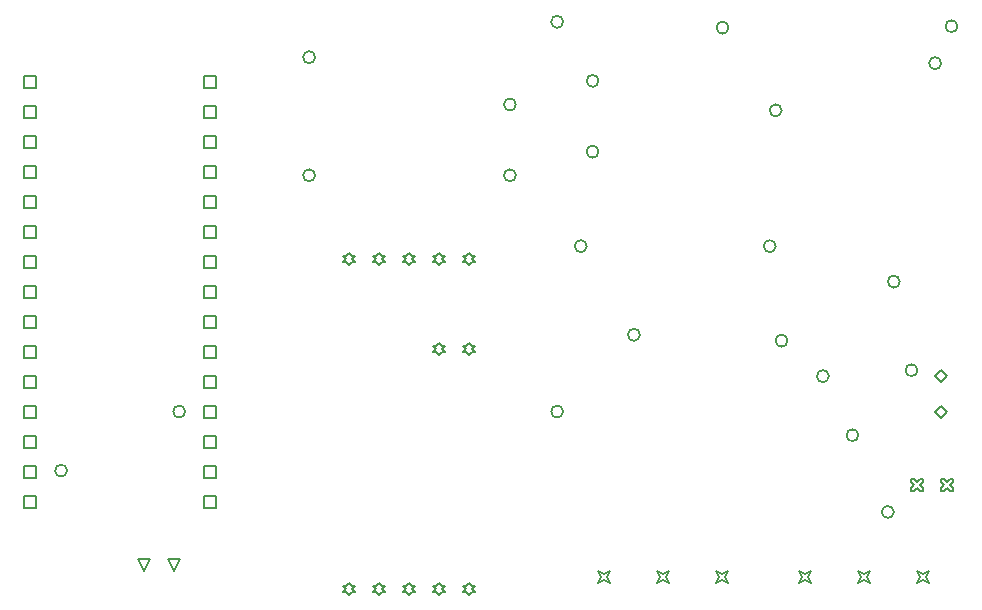
<source format=gbr>
G04*
G04 #@! TF.GenerationSoftware,Altium Limited,Altium Designer,24.6.1 (21)*
G04*
G04 Layer_Color=2752767*
%FSLAX25Y25*%
%MOIN*%
G70*
G04*
G04 #@! TF.SameCoordinates,E7B071F1-E274-4D6C-8170-77C2E5B523DC*
G04*
G04*
G04 #@! TF.FilePolarity,Positive*
G04*
G01*
G75*
%ADD13C,0.00500*%
%ADD75C,0.00667*%
D13*
X312961Y64111D02*
X313961D01*
X314961Y65111D01*
X315961Y64111D01*
X316961D01*
Y65111D01*
X315961Y66111D01*
X316961Y67111D01*
Y68111D01*
X315961D01*
X314961Y67111D01*
X313961Y68111D01*
X312961D01*
Y67111D01*
X313961Y66111D01*
X312961Y65111D01*
Y64111D01*
X302961D02*
X303961D01*
X304961Y65111D01*
X305961Y64111D01*
X306961D01*
Y65111D01*
X305961Y66111D01*
X306961Y67111D01*
Y68111D01*
X305961D01*
X304961Y67111D01*
X303961Y68111D01*
X302961D01*
Y67111D01*
X303961Y66111D01*
X302961Y65111D01*
Y64111D01*
X155669Y109496D02*
X156669Y110496D01*
X157669D01*
X156669Y111496D01*
X157669Y112496D01*
X156669D01*
X155669Y113496D01*
X154669Y112496D01*
X153669D01*
X154669Y111496D01*
X153669Y110496D01*
X154669D01*
X155669Y109496D01*
X145669D02*
X146669Y110496D01*
X147669D01*
X146669Y111496D01*
X147669Y112496D01*
X146669D01*
X145669Y113496D01*
X144669Y112496D01*
X143669D01*
X144669Y111496D01*
X143669Y110496D01*
X144669D01*
X145669Y109496D01*
X155669Y139496D02*
X156669Y140496D01*
X157669D01*
X156669Y141496D01*
X157669Y142496D01*
X156669D01*
X155669Y143496D01*
X154669Y142496D01*
X153669D01*
X154669Y141496D01*
X153669Y140496D01*
X154669D01*
X155669Y139496D01*
X145669D02*
X146669Y140496D01*
X147669D01*
X146669Y141496D01*
X147669Y142496D01*
X146669D01*
X145669Y143496D01*
X144669Y142496D01*
X143669D01*
X144669Y141496D01*
X143669Y140496D01*
X144669D01*
X145669Y139496D01*
X135669D02*
X136669Y140496D01*
X137669D01*
X136669Y141496D01*
X137669Y142496D01*
X136669D01*
X135669Y143496D01*
X134669Y142496D01*
X133669D01*
X134669Y141496D01*
X133669Y140496D01*
X134669D01*
X135669Y139496D01*
X125669D02*
X126669Y140496D01*
X127669D01*
X126669Y141496D01*
X127669Y142496D01*
X126669D01*
X125669Y143496D01*
X124669Y142496D01*
X123669D01*
X124669Y141496D01*
X123669Y140496D01*
X124669D01*
X125669Y139496D01*
X115669D02*
X116669Y140496D01*
X117669D01*
X116669Y141496D01*
X117669Y142496D01*
X116669D01*
X115669Y143496D01*
X114669Y142496D01*
X113669D01*
X114669Y141496D01*
X113669Y140496D01*
X114669D01*
X115669Y139496D01*
Y29496D02*
X116669Y30496D01*
X117669D01*
X116669Y31496D01*
X117669Y32496D01*
X116669D01*
X115669Y33496D01*
X114669Y32496D01*
X113669D01*
X114669Y31496D01*
X113669Y30496D01*
X114669D01*
X115669Y29496D01*
X125669D02*
X126669Y30496D01*
X127669D01*
X126669Y31496D01*
X127669Y32496D01*
X126669D01*
X125669Y33496D01*
X124669Y32496D01*
X123669D01*
X124669Y31496D01*
X123669Y30496D01*
X124669D01*
X125669Y29496D01*
X135669D02*
X136669Y30496D01*
X137669D01*
X136669Y31496D01*
X137669Y32496D01*
X136669D01*
X135669Y33496D01*
X134669Y32496D01*
X133669D01*
X134669Y31496D01*
X133669Y30496D01*
X134669D01*
X135669Y29496D01*
X145669D02*
X146669Y30496D01*
X147669D01*
X146669Y31496D01*
X147669Y32496D01*
X146669D01*
X145669Y33496D01*
X144669Y32496D01*
X143669D01*
X144669Y31496D01*
X143669Y30496D01*
X144669D01*
X145669Y29496D01*
X155669D02*
X156669Y30496D01*
X157669D01*
X156669Y31496D01*
X157669Y32496D01*
X156669D01*
X155669Y33496D01*
X154669Y32496D01*
X153669D01*
X154669Y31496D01*
X153669Y30496D01*
X154669D01*
X155669Y29496D01*
X305087Y33433D02*
X306087Y35433D01*
X305087Y37433D01*
X307087Y36433D01*
X309087Y37433D01*
X308087Y35433D01*
X309087Y33433D01*
X307087Y34433D01*
X305087Y33433D01*
X265717D02*
X266717Y35433D01*
X265717Y37433D01*
X267717Y36433D01*
X269717Y37433D01*
X268717Y35433D01*
X269717Y33433D01*
X267717Y34433D01*
X265717Y33433D01*
X285402D02*
X286402Y35433D01*
X285402Y37433D01*
X287402Y36433D01*
X289402Y37433D01*
X288402Y35433D01*
X289402Y33433D01*
X287402Y34433D01*
X285402Y33433D01*
X238157D02*
X239157Y35433D01*
X238157Y37433D01*
X240157Y36433D01*
X242157Y37433D01*
X241157Y35433D01*
X242157Y33433D01*
X240157Y34433D01*
X238157Y33433D01*
X198787D02*
X199787Y35433D01*
X198787Y37433D01*
X200787Y36433D01*
X202787Y37433D01*
X201787Y35433D01*
X202787Y33433D01*
X200787Y34433D01*
X198787Y33433D01*
X218472D02*
X219472Y35433D01*
X218472Y37433D01*
X220472Y36433D01*
X222472Y37433D01*
X221472Y35433D01*
X222472Y33433D01*
X220472Y34433D01*
X218472Y33433D01*
X310992Y90551D02*
X312992Y92551D01*
X314992Y90551D01*
X312992Y88551D01*
X310992Y90551D01*
Y102362D02*
X312992Y104362D01*
X314992Y102362D01*
X312992Y100362D01*
X310992Y102362D01*
X57244Y37370D02*
X55244Y41370D01*
X59244D01*
X57244Y37370D01*
X47244D02*
X45244Y41370D01*
X49244D01*
X47244Y37370D01*
X7370Y58292D02*
Y62292D01*
X11370D01*
Y58292D01*
X7370D01*
Y68292D02*
Y72292D01*
X11370D01*
Y68292D01*
X7370D01*
Y78292D02*
Y82292D01*
X11370D01*
Y78292D01*
X7370D01*
Y88292D02*
Y92292D01*
X11370D01*
Y88292D01*
X7370D01*
Y98292D02*
Y102292D01*
X11370D01*
Y98292D01*
X7370D01*
Y108292D02*
Y112292D01*
X11370D01*
Y108292D01*
X7370D01*
Y118292D02*
Y122292D01*
X11370D01*
Y118292D01*
X7370D01*
Y128292D02*
Y132292D01*
X11370D01*
Y128292D01*
X7370D01*
Y138292D02*
Y142292D01*
X11370D01*
Y138292D01*
X7370D01*
Y148292D02*
Y152292D01*
X11370D01*
Y148292D01*
X7370D01*
Y158292D02*
Y162292D01*
X11370D01*
Y158292D01*
X7370D01*
Y168292D02*
Y172292D01*
X11370D01*
Y168292D01*
X7370D01*
Y178292D02*
Y182292D01*
X11370D01*
Y178292D01*
X7370D01*
Y188292D02*
Y192292D01*
X11370D01*
Y188292D01*
X7370D01*
Y198292D02*
Y202292D01*
X11370D01*
Y198292D01*
X7370D01*
X67370D02*
Y202292D01*
X71370D01*
Y198292D01*
X67370D01*
Y188292D02*
Y192292D01*
X71370D01*
Y188292D01*
X67370D01*
Y178292D02*
Y182292D01*
X71370D01*
Y178292D01*
X67370D01*
Y168292D02*
Y172292D01*
X71370D01*
Y168292D01*
X67370D01*
Y158292D02*
Y162292D01*
X71370D01*
Y158292D01*
X67370D01*
Y148292D02*
Y152292D01*
X71370D01*
Y148292D01*
X67370D01*
Y138292D02*
Y142292D01*
X71370D01*
Y138292D01*
X67370D01*
Y128292D02*
Y132292D01*
X71370D01*
Y128292D01*
X67370D01*
Y118292D02*
Y122292D01*
X71370D01*
Y118292D01*
X67370D01*
Y108292D02*
Y112292D01*
X71370D01*
Y108292D01*
X67370D01*
Y98292D02*
Y102292D01*
X71370D01*
Y98292D01*
X67370D01*
Y88292D02*
Y92292D01*
X71370D01*
Y88292D01*
X67370D01*
Y78292D02*
Y82292D01*
X71370D01*
Y78292D01*
X67370D01*
Y68292D02*
Y72292D01*
X71370D01*
Y68292D01*
X67370D01*
Y58292D02*
Y62292D01*
X71370D01*
Y58292D01*
X67370D01*
D75*
X198850Y200787D02*
G03*
X198850Y200787I-2000J0D01*
G01*
Y177165D02*
G03*
X198850Y177165I-2000J0D01*
G01*
X194913Y145669D02*
G03*
X194913Y145669I-2000J0D01*
G01*
X242158Y218504D02*
G03*
X242158Y218504I-2000J0D01*
G01*
X318482Y219004D02*
G03*
X318482Y219004I-2000J0D01*
G01*
X313024Y206693D02*
G03*
X313024Y206693I-2000J0D01*
G01*
X261842Y114173D02*
G03*
X261842Y114173I-2000J0D01*
G01*
X297276Y57087D02*
G03*
X297276Y57087I-2000J0D01*
G01*
X305150Y104331D02*
G03*
X305150Y104331I-2000J0D01*
G01*
X299244Y133858D02*
G03*
X299244Y133858I-2000J0D01*
G01*
X212630Y116142D02*
G03*
X212630Y116142I-2000J0D01*
G01*
X275622Y102362D02*
G03*
X275622Y102362I-2000J0D01*
G01*
X187039Y90551D02*
G03*
X187039Y90551I-2000J0D01*
G01*
X259874Y190945D02*
G03*
X259874Y190945I-2000J0D01*
G01*
X285465Y82677D02*
G03*
X285465Y82677I-2000J0D01*
G01*
X257906Y145669D02*
G03*
X257906Y145669I-2000J0D01*
G01*
X171291Y192913D02*
G03*
X171291Y192913I-2000J0D01*
G01*
X61055Y90551D02*
G03*
X61055Y90551I-2000J0D01*
G01*
X21685Y70866D02*
G03*
X21685Y70866I-2000J0D01*
G01*
X104362Y169291D02*
G03*
X104362Y169291I-2000J0D01*
G01*
Y208661D02*
G03*
X104362Y208661I-2000J0D01*
G01*
X187039Y220472D02*
G03*
X187039Y220472I-2000J0D01*
G01*
X171291Y169291D02*
G03*
X171291Y169291I-2000J0D01*
G01*
M02*

</source>
